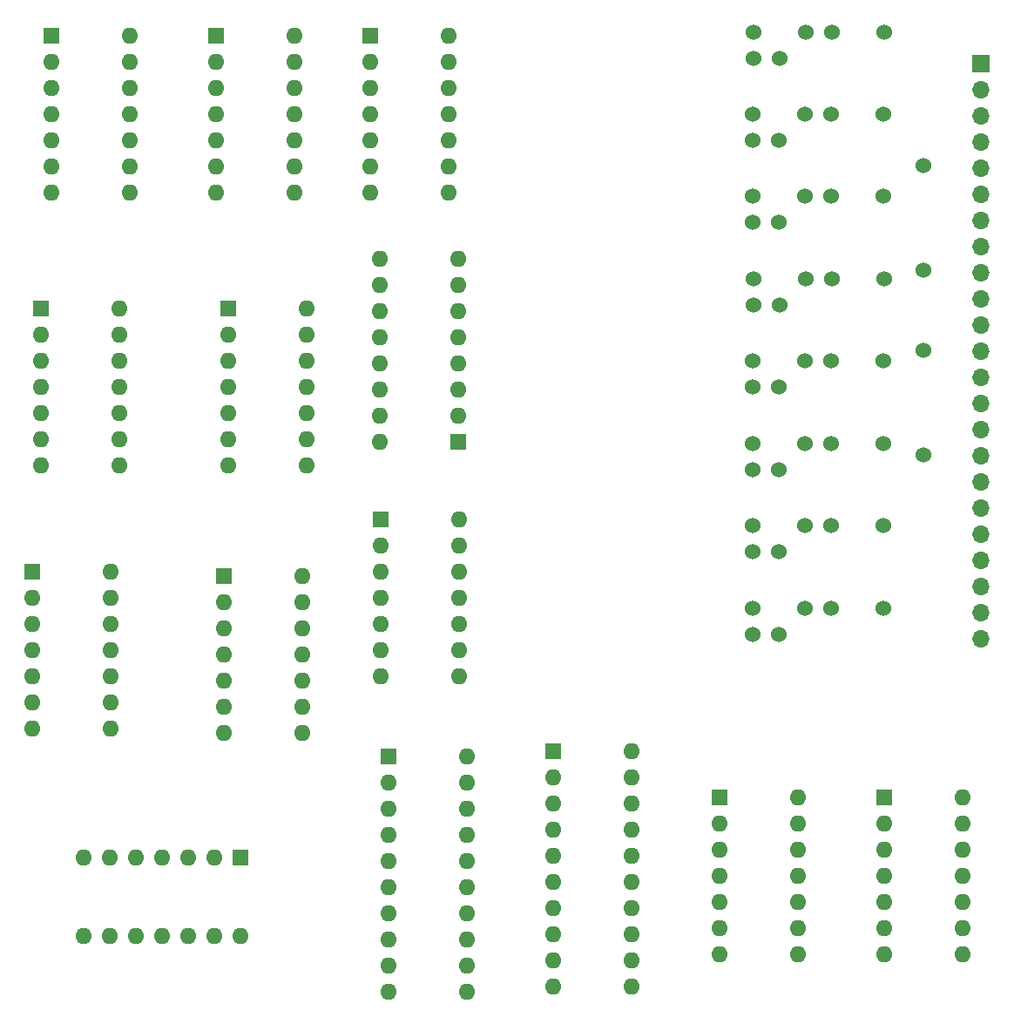
<source format=gbr>
%TF.GenerationSoftware,KiCad,Pcbnew,8.0.2-1*%
%TF.CreationDate,2024-08-11T09:55:18-04:00*%
%TF.ProjectId,control_unit_central_timing,636f6e74-726f-46c5-9f75-6e69745f6365,rev?*%
%TF.SameCoordinates,Original*%
%TF.FileFunction,Soldermask,Bot*%
%TF.FilePolarity,Negative*%
%FSLAX46Y46*%
G04 Gerber Fmt 4.6, Leading zero omitted, Abs format (unit mm)*
G04 Created by KiCad (PCBNEW 8.0.2-1) date 2024-08-11 09:55:18*
%MOMM*%
%LPD*%
G01*
G04 APERTURE LIST*
%ADD10R,1.600000X1.600000*%
%ADD11O,1.600000X1.600000*%
%ADD12C,1.524000*%
%ADD13R,1.700000X1.700000*%
%ADD14O,1.700000X1.700000*%
G04 APERTURE END LIST*
D10*
%TO.C,U4*%
X134380000Y-80920000D03*
D11*
X134380000Y-83460000D03*
X134380000Y-86000000D03*
X134380000Y-88540000D03*
X134380000Y-91080000D03*
X134380000Y-93620000D03*
X134380000Y-96160000D03*
X142000000Y-96160000D03*
X142000000Y-93620000D03*
X142000000Y-91080000D03*
X142000000Y-88540000D03*
X142000000Y-86000000D03*
X142000000Y-83460000D03*
X142000000Y-80920000D03*
%TD*%
D12*
%TO.C,U17*%
X185380000Y-94000000D03*
X190460000Y-94000000D03*
X185380000Y-96540000D03*
X187920000Y-96540000D03*
X193000000Y-94000000D03*
X198080000Y-94000000D03*
%TD*%
D10*
%TO.C,U8*%
X166000000Y-123920000D03*
D11*
X166000000Y-126460000D03*
X166000000Y-129000000D03*
X166000000Y-131540000D03*
X166000000Y-134080000D03*
X166000000Y-136620000D03*
X166000000Y-139160000D03*
X166000000Y-141700000D03*
X166000000Y-144240000D03*
X166000000Y-146780000D03*
X173620000Y-146780000D03*
X173620000Y-144240000D03*
X173620000Y-141700000D03*
X173620000Y-139160000D03*
X173620000Y-136620000D03*
X173620000Y-134080000D03*
X173620000Y-131540000D03*
X173620000Y-129000000D03*
X173620000Y-126460000D03*
X173620000Y-123920000D03*
%TD*%
D12*
%TO.C,U18*%
X185380000Y-102000000D03*
X190460000Y-102000000D03*
X185380000Y-104540000D03*
X187920000Y-104540000D03*
X193000000Y-102000000D03*
X198080000Y-102000000D03*
%TD*%
D10*
%TO.C,U2*%
X198200000Y-128375000D03*
D11*
X198200000Y-130915000D03*
X198200000Y-133455000D03*
X198200000Y-135995000D03*
X198200000Y-138535000D03*
X198200000Y-141075000D03*
X198200000Y-143615000D03*
X205820000Y-143615000D03*
X205820000Y-141075000D03*
X205820000Y-138535000D03*
X205820000Y-135995000D03*
X205820000Y-133455000D03*
X205820000Y-130915000D03*
X205820000Y-128375000D03*
%TD*%
D10*
%TO.C,U14*%
X117200000Y-54375000D03*
D11*
X117200000Y-56915000D03*
X117200000Y-59455000D03*
X117200000Y-61995000D03*
X117200000Y-64535000D03*
X117200000Y-67075000D03*
X117200000Y-69615000D03*
X124820000Y-69615000D03*
X124820000Y-67075000D03*
X124820000Y-64535000D03*
X124820000Y-61995000D03*
X124820000Y-59455000D03*
X124820000Y-56915000D03*
X124820000Y-54375000D03*
%TD*%
D12*
%TO.C,U6*%
X185380000Y-86000000D03*
X190460000Y-86000000D03*
X185380000Y-88540000D03*
X187920000Y-88540000D03*
X193000000Y-86000000D03*
X198080000Y-86000000D03*
%TD*%
D10*
%TO.C,U12*%
X115380000Y-106460000D03*
D11*
X115380000Y-109000000D03*
X115380000Y-111540000D03*
X115380000Y-114080000D03*
X115380000Y-116620000D03*
X115380000Y-119160000D03*
X115380000Y-121700000D03*
X123000000Y-121700000D03*
X123000000Y-119160000D03*
X123000000Y-116620000D03*
X123000000Y-114080000D03*
X123000000Y-111540000D03*
X123000000Y-109000000D03*
X123000000Y-106460000D03*
%TD*%
D10*
%TO.C,U3*%
X156800000Y-93875000D03*
D11*
X156800000Y-91335000D03*
X156800000Y-88795000D03*
X156800000Y-86255000D03*
X156800000Y-83715000D03*
X156800000Y-81175000D03*
X156800000Y-78635000D03*
X156800000Y-76095000D03*
X149180000Y-76095000D03*
X149180000Y-78635000D03*
X149180000Y-81175000D03*
X149180000Y-83715000D03*
X149180000Y-86255000D03*
X149180000Y-88795000D03*
X149180000Y-91335000D03*
X149180000Y-93875000D03*
%TD*%
D10*
%TO.C,U10*%
X133200000Y-54375000D03*
D11*
X133200000Y-56915000D03*
X133200000Y-59455000D03*
X133200000Y-61995000D03*
X133200000Y-64535000D03*
X133200000Y-67075000D03*
X133200000Y-69615000D03*
X140820000Y-69615000D03*
X140820000Y-67075000D03*
X140820000Y-64535000D03*
X140820000Y-61995000D03*
X140820000Y-59455000D03*
X140820000Y-56915000D03*
X140820000Y-54375000D03*
%TD*%
D12*
%TO.C,U21*%
X185380000Y-62000000D03*
X190460000Y-62000000D03*
X185380000Y-64540000D03*
X187920000Y-64540000D03*
X193000000Y-62000000D03*
X198080000Y-62000000D03*
%TD*%
%TO.C,U22*%
X185380000Y-70000000D03*
X190460000Y-70000000D03*
X185380000Y-72540000D03*
X187920000Y-72540000D03*
X193000000Y-70000000D03*
X198080000Y-70000000D03*
%TD*%
D10*
%TO.C,U9*%
X148200000Y-54375000D03*
D11*
X148200000Y-56915000D03*
X148200000Y-59455000D03*
X148200000Y-61995000D03*
X148200000Y-64535000D03*
X148200000Y-67075000D03*
X148200000Y-69615000D03*
X155820000Y-69615000D03*
X155820000Y-67075000D03*
X155820000Y-64535000D03*
X155820000Y-61995000D03*
X155820000Y-59455000D03*
X155820000Y-56915000D03*
X155820000Y-54375000D03*
%TD*%
D12*
%TO.C,R2*%
X202000000Y-67000000D03*
X202000000Y-77160000D03*
%TD*%
%TO.C,U23*%
X185460000Y-78000000D03*
X190540000Y-78000000D03*
X185460000Y-80540000D03*
X188000000Y-80540000D03*
X193080000Y-78000000D03*
X198160000Y-78000000D03*
%TD*%
D10*
%TO.C,U5*%
X149200000Y-101375000D03*
D11*
X149200000Y-103915000D03*
X149200000Y-106455000D03*
X149200000Y-108995000D03*
X149200000Y-111535000D03*
X149200000Y-114075000D03*
X149200000Y-116615000D03*
X156820000Y-116615000D03*
X156820000Y-114075000D03*
X156820000Y-111535000D03*
X156820000Y-108995000D03*
X156820000Y-106455000D03*
X156820000Y-103915000D03*
X156820000Y-101375000D03*
%TD*%
D13*
%TO.C,U1*%
X207595000Y-57070000D03*
D14*
X207595000Y-59610000D03*
X207595000Y-62150000D03*
X207595000Y-64690000D03*
X207595000Y-67230000D03*
X207595000Y-69770000D03*
X207595000Y-72310000D03*
X207595000Y-74850000D03*
X207595000Y-77390000D03*
X207595000Y-79930000D03*
X207595000Y-82470000D03*
X207595000Y-85010000D03*
X207595000Y-87550000D03*
X207595000Y-90090000D03*
X207595000Y-92630000D03*
X207595000Y-95170000D03*
X207595000Y-97710000D03*
X207595000Y-100250000D03*
X207595000Y-102790000D03*
X207595000Y-105330000D03*
X207595000Y-107870000D03*
X207595000Y-110410000D03*
X207595000Y-112950000D03*
%TD*%
D12*
%TO.C,U20*%
X185460000Y-54080000D03*
X190540000Y-54080000D03*
X185460000Y-56620000D03*
X188000000Y-56620000D03*
X193080000Y-54080000D03*
X198160000Y-54080000D03*
%TD*%
%TO.C,R1*%
X202000000Y-85000000D03*
X202000000Y-95160000D03*
%TD*%
D10*
%TO.C,U7*%
X150000000Y-124380000D03*
D11*
X150000000Y-126920000D03*
X150000000Y-129460000D03*
X150000000Y-132000000D03*
X150000000Y-134540000D03*
X150000000Y-137080000D03*
X150000000Y-139620000D03*
X150000000Y-142160000D03*
X150000000Y-144700000D03*
X150000000Y-147240000D03*
X157620000Y-147240000D03*
X157620000Y-144700000D03*
X157620000Y-142160000D03*
X157620000Y-139620000D03*
X157620000Y-137080000D03*
X157620000Y-134540000D03*
X157620000Y-132000000D03*
X157620000Y-129460000D03*
X157620000Y-126920000D03*
X157620000Y-124380000D03*
%TD*%
D12*
%TO.C,U19*%
X185380000Y-110000000D03*
X190460000Y-110000000D03*
X185380000Y-112540000D03*
X187920000Y-112540000D03*
X193000000Y-110000000D03*
X198080000Y-110000000D03*
%TD*%
D10*
%TO.C,U11*%
X134000000Y-106920000D03*
D11*
X134000000Y-109460000D03*
X134000000Y-112000000D03*
X134000000Y-114540000D03*
X134000000Y-117080000D03*
X134000000Y-119620000D03*
X134000000Y-122160000D03*
X141620000Y-122160000D03*
X141620000Y-119620000D03*
X141620000Y-117080000D03*
X141620000Y-114540000D03*
X141620000Y-112000000D03*
X141620000Y-109460000D03*
X141620000Y-106920000D03*
%TD*%
D10*
%TO.C,U13*%
X116200000Y-80920000D03*
D11*
X116200000Y-83460000D03*
X116200000Y-86000000D03*
X116200000Y-88540000D03*
X116200000Y-91080000D03*
X116200000Y-93620000D03*
X116200000Y-96160000D03*
X123820000Y-96160000D03*
X123820000Y-93620000D03*
X123820000Y-91080000D03*
X123820000Y-88540000D03*
X123820000Y-86000000D03*
X123820000Y-83460000D03*
X123820000Y-80920000D03*
%TD*%
D10*
%TO.C,U16*%
X182200000Y-128375000D03*
D11*
X182200000Y-130915000D03*
X182200000Y-133455000D03*
X182200000Y-135995000D03*
X182200000Y-138535000D03*
X182200000Y-141075000D03*
X182200000Y-143615000D03*
X189820000Y-143615000D03*
X189820000Y-141075000D03*
X189820000Y-138535000D03*
X189820000Y-135995000D03*
X189820000Y-133455000D03*
X189820000Y-130915000D03*
X189820000Y-128375000D03*
%TD*%
D10*
%TO.C,U15*%
X135625000Y-134200000D03*
D11*
X133085000Y-134200000D03*
X130545000Y-134200000D03*
X128005000Y-134200000D03*
X125465000Y-134200000D03*
X122925000Y-134200000D03*
X120385000Y-134200000D03*
X120385000Y-141820000D03*
X122925000Y-141820000D03*
X125465000Y-141820000D03*
X128005000Y-141820000D03*
X130545000Y-141820000D03*
X133085000Y-141820000D03*
X135625000Y-141820000D03*
%TD*%
M02*

</source>
